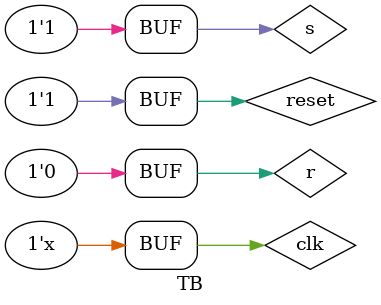
<source format=v>
module 
TB(); reg 
clk; reg 
reset; 
reg s,r; 
 
wire q; 
wire qb; 
 
SR dut( .clk(clk), .reset(reset), 
.s(s), .r(r), .q(q), .q_bar(qb) ); 
 
initial begin 
$monitor(clk,s,r,q,qb,reset); 
 
s = 1'b0; 
r = 1'b0; 
reset = 1; 
clk=1; 
 
#10 
reset=0; 
s=1'b1; 
r=1'b0; 
 
#100 
reset=0; 
s=1'b0; 
r=1'b1; 
 
#100 
reset=0; 
s=1'b1;
r=1'b1; 
 
#100 
reset=0; 
s=1'b0; 
r=1'b0; 
 
#100 
reset=1; 
s=1'b1; 
r=1'b0; 
 
end 
always #25 clk <= ~clk; 
 
endmodule
</source>
